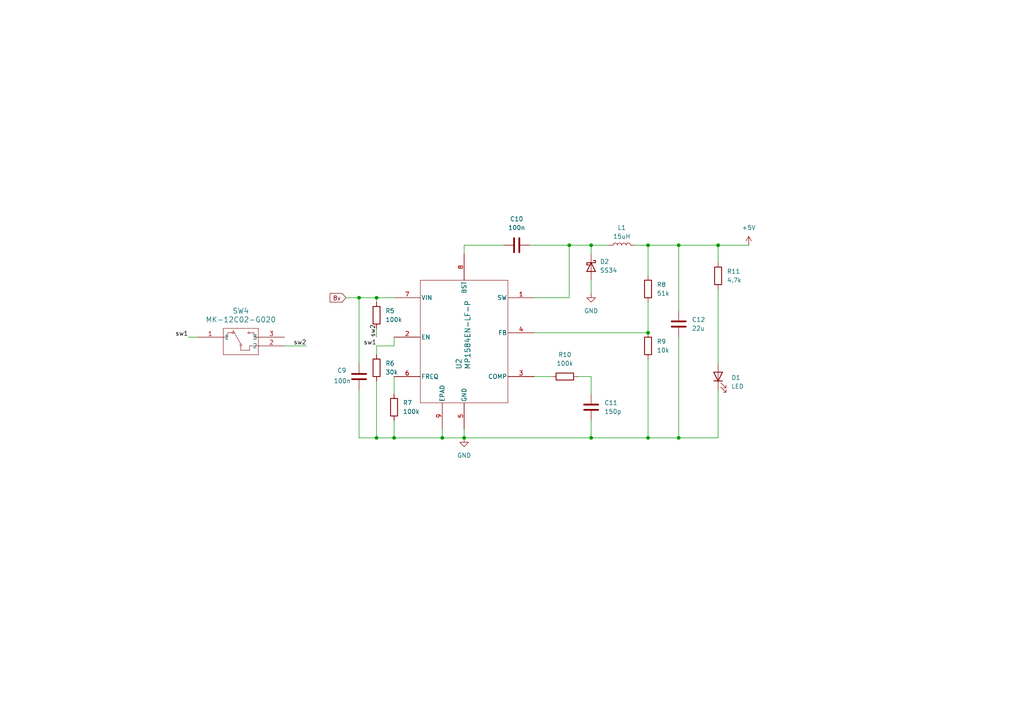
<source format=kicad_sch>
(kicad_sch (version 20231120) (generator "eeschema") (generator_version "8.0")
  (paper "A4")
  (title_block (title "BUCKER CONVERTER") (date "2025-02-02"))
  (lib_symbols
    (symbol "2024-04-07_04-28-10:MP1584EN-LF-P" (pin_names (offset 0.254))
      (property "Reference" "U5" (at 18.796 -20.828 90))
      (property "Value" "MP1584EN-LF-P" (at 21.336 -20.828 90))
      (symbol "MP1584EN-LF-P_0_1"
        (polyline (pts (xy 7.62 -30.48) (xy 33.02 -30.48)) (stroke (width 0.127)))
        (polyline (pts (xy 7.62 5.08) (xy 7.62 -30.48)) (stroke (width 0.127)))
        (polyline (pts (xy 33.02 -30.48) (xy 33.02 5.08)) (stroke (width 0.127)))
        (polyline (pts (xy 33.02 5.08) (xy 7.62 5.08)) (stroke (width 0.127)))
        (pin output line (at 40.64 0 180) (length 7.62) (name "SW") (number "1"))
        (pin input line (at 0 -11.43 0) (length 7.62) (name "EN") (number "2"))
        (pin output line (at 40.64 -22.86 180) (length 7.62) (name "COMP") (number "3"))
        (pin input line (at 40.64 -10.16 180) (length 7.62) (name "FB") (number "4"))
        (pin power_in line (at 20.32 -38.1 90) (length 7.62) (name "GND") (number "5"))
        (pin input line (at 0 -22.86 0) (length 7.62) (name "FREQ") (number "6"))
        (pin power_in line (at 0 0 0) (length 7.62) (name "VIN") (number "7"))
        (pin unspecified line (at 20.32 12.7 270) (length 7.62) (name "BST") (number "8"))
        (pin power_in line (at 13.97 -38.1 90) (length 7.62) (name "EPAD") (number "9"))
      )
    )
    (symbol "2025-02-09_15-05-10:MK-12C02-G020" (pin_names (offset 0.254))
      (property "Reference" "SW" (at 12.7 7.62 0))
      (property "Value" "MK-12C02-G020" (at 12.7 5.08 0))
      (symbol "MK-12C02-G020_0_1"
        (polyline (pts (xy 7.62 -5.08) (xy 17.78 -5.08)) (stroke (width 0.127)))
        (polyline (pts (xy 7.62 0) (xy 8.89 0)) (stroke (width 0.127)))
        (polyline (pts (xy 7.62 2.54) (xy 7.62 -5.08)) (stroke (width 0.127)))
        (polyline (pts (xy 8.89 0) (xy 8.89 1.27)) (stroke (width 0.127)))
        (polyline (pts (xy 8.89 1.27) (xy 10.16 1.27)) (stroke (width 0.127)))
        (polyline (pts (xy 12.7 -3.81) (xy 12.7 -2.54)) (stroke (width 0.127)))
        (polyline (pts (xy 12.7 -2.032) (xy 10.414 2.032)) (stroke (width 0.127)))
        (polyline (pts (xy 15.24 -3.81) (xy 12.7 -3.81)) (stroke (width 0.127)))
        (polyline (pts (xy 15.24 -2.54) (xy 15.24 -3.81)) (stroke (width 0.127)))
        (polyline (pts (xy 15.24 1.27) (xy 16.51 1.27)) (stroke (width 0.127)))
        (polyline (pts (xy 16.51 0) (xy 17.78 0)) (stroke (width 0.127)))
        (polyline (pts (xy 16.51 1.27) (xy 16.51 0)) (stroke (width 0.127)))
        (polyline (pts (xy 17.78 -5.08) (xy 17.78 2.54)) (stroke (width 0.127)))
        (polyline (pts (xy 17.78 -2.54) (xy 15.24 -2.54)) (stroke (width 0.127)))
        (polyline (pts (xy 17.78 2.54) (xy 7.62 2.54)) (stroke (width 0.127)))
        (circle (center 10.414 1.27) (radius 0.254) (stroke (width 0.127)))
        (circle (center 12.7 -2.286) (radius 0.254) (stroke (width 0.127)))
        (circle (center 14.986 1.27) (radius 0.254) (stroke (width 0.127)))
        (pin unspecified line (at 0 0 0) (length 7.62) (name "1") (number "1"))
        (pin unspecified line (at 25.4 -2.54 180) (length 7.62) (name "2") (number "2"))
        (pin unspecified line (at 25.4 0 180) (length 7.62) (name "3") (number "3"))
      )
    )
    (symbol "Device:C" (pin_numbers hide) (pin_names (offset 0.254))
      (property "Reference" "C" (at 0.635 2.54 0))
      (property "Value" "C" (at 0.635 -2.54 0))
      (symbol "C_0_1"
        (polyline (pts (xy -2.032 -0.762) (xy 2.032 -0.762)) (stroke (width 0.508)))
        (polyline (pts (xy -2.032 0.762) (xy 2.032 0.762)) (stroke (width 0.508)))
      )
      (symbol "C_1_1"
        (pin passive line (at 0 3.81 270) (length 2.794) (name "~") (number "1"))
        (pin passive line (at 0 -3.81 90) (length 2.794) (name "~") (number "2"))
      )
    )
    (symbol "Device:L" (pin_numbers hide) (pin_names (offset 1.016) hide)
      (property "Reference" "L" (at -1.27 0 90))
      (property "Value" "L" (at 1.905 0 90))
      (symbol "L_0_1"
        (arc (start 0 -2.54) (mid 0.6323 -1.905) (end 0 -1.27))
        (arc (start 0 -1.27) (mid 0.6323 -0.635) (end 0 0))
        (arc (start 0 0) (mid 0.6323 0.635) (end 0 1.27))
        (arc (start 0 1.27) (mid 0.6323 1.905) (end 0 2.54))
      )
      (symbol "L_1_1"
        (pin passive line (at 0 3.81 270) (length 1.27) (name "1") (number "1"))
        (pin passive line (at 0 -3.81 90) (length 1.27) (name "2") (number "2"))
      )
    )
    (symbol "Device:LED" (pin_numbers hide) (pin_names (offset 1.016) hide)
      (property "Reference" "D" (at 0 2.54 0))
      (property "Value" "LED" (at 0 -2.54 0))
      (symbol "LED_0_1"
        (polyline (pts (xy -1.27 -1.27) (xy -1.27 1.27)) (stroke (width 0.254)))
        (polyline (pts (xy -1.27 0) (xy 1.27 0)))
        (polyline (pts (xy 1.27 -1.27) (xy 1.27 1.27) (xy -1.27 0) (xy 1.27 -1.27)) (stroke (width 0.254)))
        (polyline (pts (xy -3.048 -0.762) (xy -4.572 -2.286) (xy -3.81 -2.286) (xy -4.572 -2.286) (xy -4.572 -1.524)))
        (polyline (pts (xy -1.778 -0.762) (xy -3.302 -2.286) (xy -2.54 -2.286) (xy -3.302 -2.286) (xy -3.302 -1.524)))
      )
      (symbol "LED_1_1"
        (pin passive line (at -3.81 0 0) (length 2.54) (name "K") (number "1"))
        (pin passive line (at 3.81 0 180) (length 2.54) (name "A") (number "2"))
      )
    )
    (symbol "Device:R" (pin_numbers hide) (pin_names (offset 0))
      (property "Reference" "R" (at 2.032 0 90))
      (property "Value" "R" (at 0 0 90))
      (symbol "R_0_1"
        (rectangle (start -1.016 -2.54) (end 1.016 2.54) (stroke (width 0.254)))
      )
      (symbol "R_1_1"
        (pin passive line (at 0 3.81 270) (length 1.27) (name "~") (number "1"))
        (pin passive line (at 0 -3.81 90) (length 1.27) (name "~") (number "2"))
      )
    )
    (symbol "Diode:SS34" (pin_numbers hide) (pin_names (offset 1.016) hide)
      (property "Reference" "D" (at 0 2.54 0))
      (property "Value" "SS34" (at 0 -2.54 0))
      (symbol "SS34_0_1"
        (polyline (pts (xy 1.27 0) (xy -1.27 0)))
        (polyline (pts (xy 1.27 1.27) (xy 1.27 -1.27) (xy -1.27 0) (xy 1.27 1.27)) (stroke (width 0.254)))
        (polyline (pts (xy -1.905 0.635) (xy -1.905 1.27) (xy -1.27 1.27) (xy -1.27 -1.27) (xy -0.635 -1.27) (xy -0.635 -0.635)) (stroke (width 0.254)))
      )
      (symbol "SS34_1_1"
        (pin passive line (at -3.81 0 0) (length 2.54) (name "K") (number "1"))
        (pin passive line (at 3.81 0 180) (length 2.54) (name "A") (number "2"))
      )
    )
    (symbol "power:+5V" (power) (pin_numbers hide) (pin_names (offset 0) hide)
      (property "Value" "+5V" (at 0 3.556 0))
      (symbol "+5V_0_1"
        (polyline (pts (xy -0.762 1.27) (xy 0 2.54)))
        (polyline (pts (xy 0 0) (xy 0 2.54)))
        (polyline (pts (xy 0 2.54) (xy 0.762 1.27)))
      )
      (symbol "+5V_1_1"
        (pin power_in line (at 0 0 90) (length 0) (name "~") (number "1"))
      )
    )
    (symbol "power:GND" (power) (pin_numbers hide) (pin_names (offset 0) hide)
      (property "Value" "GND" (at 0 -3.81 0))
      (symbol "GND_0_1"
        (polyline (pts (xy 0 0) (xy 0 -1.27) (xy 1.27 -1.27) (xy 0 -2.54) (xy -1.27 -1.27) (xy 0 -1.27)))
      )
      (symbol "GND_1_1"
        (pin power_in line (at 0 0 270) (length 0) (name "~") (number "1"))
      )
    )
  )
  (junction (at 104.14 86.36))
  (junction (at 196.85 127))
  (junction (at 196.85 71.12))
  (junction (at 114.3 127))
  (junction (at 128.27 127))
  (junction (at 109.22 127))
  (junction (at 187.96 127))
  (junction (at 134.62 127))
  (junction (at 171.45 127))
  (junction (at 187.96 71.12))
  (junction (at 171.45 71.12))
  (junction (at 109.22 86.36))
  (junction (at 208.28 71.12))
  (junction (at 165.1 71.12))
  (junction (at 187.96 96.52))
  (wire (pts (xy 114.3 109.22) (xy 114.3 114.3)))
  (wire (pts (xy 171.45 71.12) (xy 171.45 73.66)))
  (wire (pts (xy 208.28 71.12) (xy 217.17 71.12)))
  (wire (pts (xy 109.22 110.49) (xy 109.22 127)))
  (wire (pts (xy 154.94 96.52) (xy 187.96 96.52)))
  (wire (pts (xy 187.96 104.14) (xy 187.96 127)))
  (wire (pts (xy 187.96 71.12) (xy 196.85 71.12)))
  (wire (pts (xy 88.9 100.33) (xy 82.55 100.33)))
  (wire (pts (xy 187.96 127) (xy 171.45 127)))
  (wire (pts (xy 196.85 71.12) (xy 208.28 71.12)))
  (wire (pts (xy 146.05 71.12) (xy 134.62 71.12)))
  (wire (pts (xy 134.62 127) (xy 134.62 124.46)))
  (wire (pts (xy 187.96 80.01) (xy 187.96 71.12)))
  (wire (pts (xy 196.85 97.79) (xy 196.85 127)))
  (wire (pts (xy 128.27 124.46) (xy 128.27 127)))
  (wire (pts (xy 165.1 86.36) (xy 165.1 71.12)))
  (wire (pts (xy 154.94 109.22) (xy 160.02 109.22)))
  (wire (pts (xy 114.3 127) (xy 128.27 127)))
  (wire (pts (xy 109.22 127) (xy 114.3 127)))
  (wire (pts (xy 57.15 97.79) (xy 54.61 97.79)))
  (wire (pts (xy 104.14 127) (xy 109.22 127)))
  (wire (pts (xy 114.3 121.92) (xy 114.3 127)))
  (wire (pts (xy 171.45 109.22) (xy 171.45 114.3)))
  (wire (pts (xy 184.15 71.12) (xy 187.96 71.12)))
  (wire (pts (xy 187.96 96.52) (xy 187.96 87.63)))
  (wire (pts (xy 171.45 121.92) (xy 171.45 127)))
  (wire (pts (xy 208.28 71.12) (xy 208.28 76.2)))
  (wire (pts (xy 171.45 71.12) (xy 176.53 71.12)))
  (wire (pts (xy 128.27 127) (xy 134.62 127)))
  (wire (pts (xy 114.3 100.33) (xy 114.3 97.79)))
  (wire (pts (xy 171.45 81.28) (xy 171.45 85.09)))
  (wire (pts (xy 165.1 71.12) (xy 153.67 71.12)))
  (wire (pts (xy 208.28 113.03) (xy 208.28 127)))
  (wire (pts (xy 196.85 71.12) (xy 196.85 90.17)))
  (wire (pts (xy 109.22 100.33) (xy 109.22 102.87)))
  (wire (pts (xy 154.94 86.36) (xy 165.1 86.36)))
  (wire (pts (xy 208.28 127) (xy 196.85 127)))
  (wire (pts (xy 171.45 127) (xy 134.62 127)))
  (wire (pts (xy 104.14 86.36) (xy 104.14 105.41)))
  (wire (pts (xy 114.3 100.33) (xy 109.22 100.33)))
  (wire (pts (xy 109.22 95.25) (xy 109.22 97.79)))
  (wire (pts (xy 109.22 87.63) (xy 109.22 86.36)))
  (wire (pts (xy 208.28 83.82) (xy 208.28 105.41)))
  (wire (pts (xy 104.14 86.36) (xy 109.22 86.36)))
  (wire (pts (xy 196.85 127) (xy 187.96 127)))
  (wire (pts (xy 109.22 86.36) (xy 114.3 86.36)))
  (wire (pts (xy 165.1 71.12) (xy 171.45 71.12)))
  (wire (pts (xy 167.64 109.22) (xy 171.45 109.22)))
  (wire (pts (xy 134.62 71.12) (xy 134.62 73.66)))
  (wire (pts (xy 104.14 113.03) (xy 104.14 127)))
  (wire (pts (xy 100.33 86.36) (xy 104.14 86.36)))
  (label "sw2" (at 88.9 100.33 180))
  (label "sw1" (at 109.22 100.33 180))
  (label "sw2" (at 109.22 97.79 90))
  (label "sw1" (at 54.61 97.79 180))
  (global_label "8v" (shape input) (at 100.33 86.36 180) (property "Intersheetrefs" "${INTERSHEET_REFS}" (effects (hide yes))))
  (symbol (lib_id "Device:R") (at 208.28 80.01 0) (unit 1)
    (property "Reference" "R11" (at 210.82 78.7399 0) (effects (justify left)))
    (property "Value" "4.7k" (at 210.82 81.2799 0) (effects (justify left)))
    (property "Footprint" "Resistor_SMD:R_0603_1608Metric" (effects (hide yes)))
    (property "Description" "Resistor" (effects (hide yes)))
  )
  (symbol (lib_id "power:+5V") (at 217.17 71.12 0) (unit 1)
    (property "Reference" "#PWR014" (effects (hide yes)))
    (property "Value" "+5V" (at 217.17 66.04 0))
    (property "Description" "Power symbol creates a global label with name \"+5V\"" (effects (hide yes)))
  )
  (symbol (lib_id "Device:R") (at 109.22 106.68 0) (unit 1)
    (property "Reference" "R6" (at 111.76 105.4099 0) (effects (justify left)))
    (property "Value" "30k" (at 111.76 107.9499 0) (effects (justify left)))
    (property "Footprint" "Resistor_SMD:R_0603_1608Metric" (effects (hide yes)))
    (property "Description" "Resistor" (effects (hide yes)))
  )
  (symbol (lib_id "Device:R") (at 187.96 83.82 0) (unit 1)
    (property "Reference" "R8" (at 190.5 82.5499 0) (effects (justify left)))
    (property "Value" "51k" (at 190.5 85.0899 0) (effects (justify left)))
    (property "Footprint" "Resistor_SMD:R_0603_1608Metric" (effects (hide yes)))
    (property "Description" "Resistor" (effects (hide yes)))
  )
  (symbol (lib_id "Device:C") (at 171.45 118.11 0) (unit 1)
    (property "Reference" "C11" (at 175.26 116.8399 0) (effects (justify left)))
    (property "Value" "150p" (at 175.26 119.3799 0) (effects (justify left)))
    (property "Footprint" "Capacitor_SMD:C_0603_1608Metric" (effects (hide yes)))
    (property "Description" "Unpolarized capacitor" (effects (hide yes)))
  )
  (symbol (lib_id "power:GND") (at 134.62 127 0) (unit 1)
    (property "Reference" "#PWR013" (effects (hide yes)))
    (property "Value" "GND" (at 134.62 132.08 0))
    (property "Description" "Power symbol creates a global label with name \"GND\" , ground" (effects (hide yes)))
  )
  (symbol (lib_id "Device:R") (at 109.22 91.44 0) (unit 1)
    (property "Reference" "R5" (at 111.76 90.1699 0) (effects (justify left)))
    (property "Value" "100k" (at 111.76 92.7099 0) (effects (justify left)))
    (property "Footprint" "Resistor_SMD:R_0603_1608Metric" (effects (hide yes)))
    (property "Description" "Resistor" (effects (hide yes)))
  )
  (symbol (lib_id "2024-04-07_04-28-10:MP1584EN-LF-P") (at 114.3 86.36 0) (unit 1)
    (property "Reference" "U2" (at 133.096 107.188 90) (effects (font (size 1.524 1.524)) (justify left)))
    (property "Value" "MP1584EN-LF-P" (at 135.636 107.188 90) (effects (font (size 1.524 1.524)) (justify left)))
    (property "Footprint" "Package_SO:SOIC-8-1EP_3.9x4.9mm_P1.27mm_EP2.514x3.2mm_ThermalVias" (effects (hide yes)))
    (property "Datasheet" "MP1584EN-LF-P" (effects (hide yes)))
  )
  (symbol (lib_id "Device:C") (at 196.85 93.98 0) (unit 1)
    (property "Reference" "C12" (at 200.66 92.7099 0) (effects (justify left)))
    (property "Value" "22u" (at 200.66 95.2499 0) (effects (justify left)))
    (property "Footprint" "Capacitor_SMD:C_0603_1608Metric" (effects (hide yes)))
    (property "Description" "Unpolarized capacitor" (effects (hide yes)))
  )
  (symbol (lib_id "2025-02-09_15-05-10:MK-12C02-G020") (at 57.15 97.79 0) (unit 1)
    (property "Reference" "SW4" (at 69.85 90.17 0) (effects (font (size 1.524 1.524))))
    (property "Value" "MK-12C02-G020" (at 69.85 92.71 0) (effects (font (size 1.524 1.524))))
    (property "Footprint" "MK-12C02:MK-12C02-G020_GSW" (effects (hide yes)))
    (property "Datasheet" "MK-12C02-G020" (effects (hide yes)))
  )
  (symbol (lib_id "Device:L") (at 180.34 71.12 90) (unit 1)
    (property "Reference" "L1" (at 180.34 66.04 90))
    (property "Value" "15uH" (at 180.34 68.58 90))
    (property "Footprint" "Inductor_SMD:L_7.3x7.3_H3.5" (effects (hide yes)))
    (property "Description" "Inductor" (effects (hide yes)))
  )
  (symbol (lib_id "Device:C") (at 149.86 71.12 270) (unit 1)
    (property "Reference" "C10" (at 149.86 63.5 90))
    (property "Value" "100n" (at 149.86 66.04 90))
    (property "Footprint" "Capacitor_SMD:C_0603_1608Metric" (effects (hide yes)))
    (property "Description" "Unpolarized capacitor" (effects (hide yes)))
  )
  (symbol (lib_id "Diode:SS34") (at 171.45 77.47 270) (unit 1)
    (property "Reference" "D2" (at 173.99 75.8824 90) (effects (justify left)))
    (property "Value" "SS34" (at 173.99 78.4224 90) (effects (justify left)))
    (property "Footprint" "Diode_SMD:D_SMA" (effects (hide yes)))
    (property "Datasheet" "https://www.vishay.com/docs/88751/ss32.pdf" (effects (hide yes)))
    (property "Description" "40V 3A Schottky Diode, SMA" (effects (hide yes)))
  )
  (symbol (lib_id "Device:R") (at 187.96 100.33 0) (unit 1)
    (property "Reference" "R9" (at 190.5 99.0599 0) (effects (justify left)))
    (property "Value" "10k" (at 190.5 101.5999 0) (effects (justify left)))
    (property "Footprint" "Resistor_SMD:R_0603_1608Metric" (effects (hide yes)))
    (property "Description" "Resistor" (effects (hide yes)))
  )
  (symbol (lib_id "Device:R") (at 163.83 109.22 90) (unit 1)
    (property "Reference" "R10" (at 163.83 102.87 90))
    (property "Value" "100k" (at 163.83 105.41 90))
    (property "Footprint" "Resistor_SMD:R_0603_1608Metric" (effects (hide yes)))
    (property "Description" "Resistor" (effects (hide yes)))
  )
  (symbol (lib_id "power:GND") (at 171.45 85.09 0) (unit 1)
    (property "Reference" "#PWR015" (effects (hide yes)))
    (property "Value" "GND" (at 171.45 90.17 0))
    (property "Description" "Power symbol creates a global label with name \"GND\" , ground" (effects (hide yes)))
  )
  (symbol (lib_id "Device:C") (at 104.14 109.22 0) (unit 1)
    (property "Reference" "C9" (at 97.79 107.442 0) (effects (justify left)))
    (property "Value" "100n" (at 96.774 110.49 0) (effects (justify left)))
    (property "Footprint" "Capacitor_SMD:C_0603_1608Metric" (effects (hide yes)))
    (property "Description" "Unpolarized capacitor" (effects (hide yes)))
  )
  (symbol (lib_id "Device:R") (at 114.3 118.11 0) (unit 1)
    (property "Reference" "R7" (at 116.84 116.8399 0) (effects (justify left)))
    (property "Value" "100k" (at 116.84 119.3799 0) (effects (justify left)))
    (property "Footprint" "Resistor_SMD:R_0603_1608Metric" (effects (hide yes)))
    (property "Description" "Resistor" (effects (hide yes)))
  )
  (symbol (lib_id "Device:LED") (at 208.28 109.22 90) (unit 1)
    (property "Reference" "D1" (at 212.09 109.5374 90) (effects (justify right)))
    (property "Value" "LED" (at 212.09 112.0774 90) (effects (justify right)))
    (property "Footprint" "LED_SMD:LED_0603_1608Metric" (effects (hide yes)))
    (property "Description" "Light emitting diode" (effects (hide yes)))
  )
)
</source>
